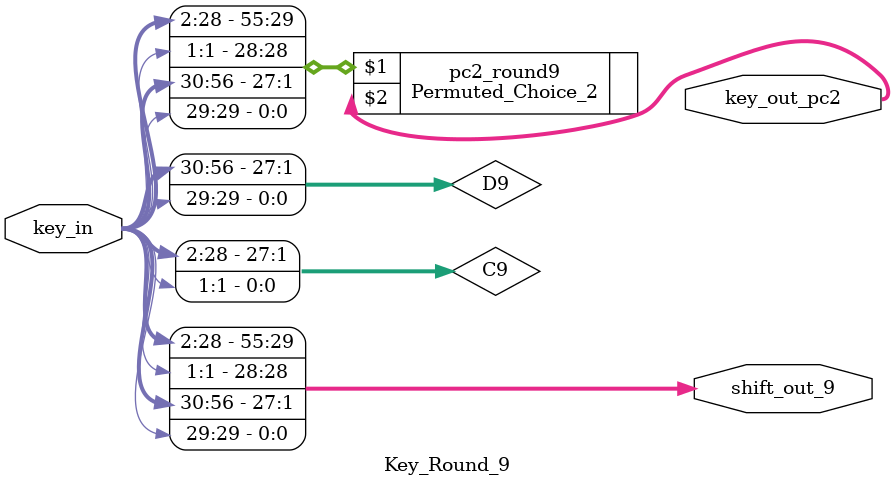
<source format=v>
`timescale 1ns / 1ps
module Key_Round_9(
    input [1:56] key_in,
    output [1:56] shift_out_9,
    output [1:48] key_out_pc2
    );

wire [1:28] C9,D9;
assign C9={key_in[2:28],key_in[1]};
assign D9={key_in[30:56],key_in[29]};
assign shift_out_9={C9,D9};

Permuted_Choice_2 pc2_round9(shift_out_9, key_out_pc2);
endmodule
</source>
